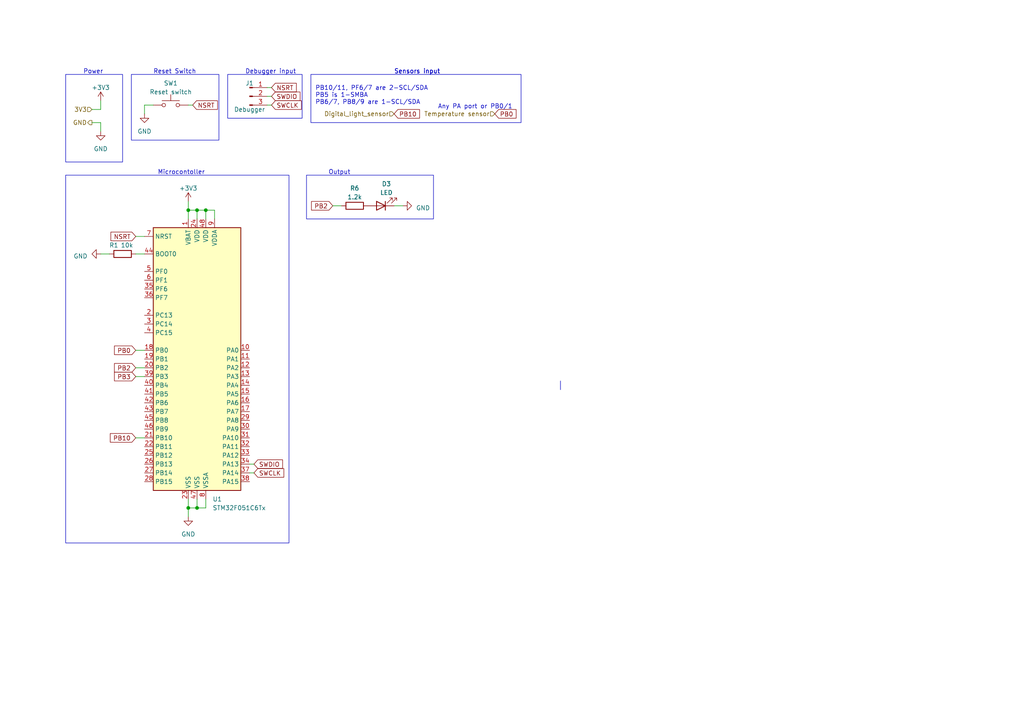
<source format=kicad_sch>
(kicad_sch (version 20230121) (generator eeschema)
  (paper "A4")
  (lib_symbols
    (symbol "Connector:Conn_01x03_Male" (pin_names (offset 1.016) hide)
      (property "Reference" "J" (at 0 5.08 0))
      (property "Value" "Conn_01x03_Male" (at 0 -5.08 0))
      (symbol "Conn_01x03_Male_1_1"
        (polyline (pts (xy 1.27 -2.54) (xy 0.8636 -2.54)) (stroke (width 0.1524)))
        (polyline (pts (xy 1.27 0) (xy 0.8636 0)) (stroke (width 0.1524)))
        (polyline (pts (xy 1.27 2.54) (xy 0.8636 2.54)) (stroke (width 0.1524)))
        (rectangle (start 0.8636 -2.413) (end 0 -2.667) (stroke (width 0.1524)) (fill (type outline)))
        (rectangle (start 0.8636 0.127) (end 0 -0.127) (stroke (width 0.1524)) (fill (type outline)))
        (rectangle (start 0.8636 2.667) (end 0 2.413) (stroke (width 0.1524)) (fill (type outline)))
        (pin passive line (at 5.08 2.54 180) (length 3.81) (name "Pin_1") (number "1"))
        (pin passive line (at 5.08 0 180) (length 3.81) (name "Pin_2") (number "2"))
        (pin passive line (at 5.08 -2.54 180) (length 3.81) (name "Pin_3") (number "3"))
      )
    )
    (symbol "Device:LED" (pin_numbers hide) (pin_names (offset 1.016) hide)
      (property "Reference" "D" (at 0 2.54 0))
      (property "Value" "LED" (at 0 -2.54 0))
      (symbol "LED_0_1"
        (polyline (pts (xy -1.27 -1.27) (xy -1.27 1.27)) (stroke (width 0.254)))
        (polyline (pts (xy -1.27 0) (xy 1.27 0)))
        (polyline (pts (xy 1.27 -1.27) (xy 1.27 1.27) (xy -1.27 0) (xy 1.27 -1.27)) (stroke (width 0.254)))
        (polyline (pts (xy -3.048 -0.762) (xy -4.572 -2.286) (xy -3.81 -2.286) (xy -4.572 -2.286) (xy -4.572 -1.524)))
        (polyline (pts (xy -1.778 -0.762) (xy -3.302 -2.286) (xy -2.54 -2.286) (xy -3.302 -2.286) (xy -3.302 -1.524)))
      )
      (symbol "LED_1_1"
        (pin passive line (at -3.81 0 0) (length 2.54) (name "K") (number "1"))
        (pin passive line (at 3.81 0 180) (length 2.54) (name "A") (number "2"))
      )
    )
    (symbol "Device:R" (pin_numbers hide) (pin_names (offset 0))
      (property "Reference" "R" (at 2.032 0 90))
      (property "Value" "R" (at 0 0 90))
      (symbol "R_0_1"
        (rectangle (start -1.016 -2.54) (end 1.016 2.54) (stroke (width 0.254)))
      )
      (symbol "R_1_1"
        (pin passive line (at 0 3.81 270) (length 1.27) (name "~") (number "1"))
        (pin passive line (at 0 -3.81 90) (length 1.27) (name "~") (number "2"))
      )
    )
    (symbol "MCU_ST_STM32F0:STM32F051C6Tx"
      (property "Reference" "U" (at -12.7 39.37 0))
      (property "Value" "STM32F051C6Tx" (at 7.62 39.37 0))
      (symbol "STM32F051C6Tx_0_1"
        (rectangle (start -12.7 -38.1) (end 12.7 38.1) (stroke (width 0.254)) (fill (type background)))
      )
      (symbol "STM32F051C6Tx_1_1"
        (pin power_in line (at -2.54 40.64 270) (length 2.54) (name "VBAT") (number "1"))
        (pin bidirectional line (at 15.24 2.54 180) (length 2.54) (name "PA0") (number "10"))
        (pin bidirectional line (at 15.24 0 180) (length 2.54) (name "PA1") (number "11"))
        (pin bidirectional line (at 15.24 -2.54 180) (length 2.54) (name "PA2") (number "12"))
        (pin bidirectional line (at 15.24 -5.08 180) (length 2.54) (name "PA3") (number "13"))
        (pin bidirectional line (at 15.24 -7.62 180) (length 2.54) (name "PA4") (number "14"))
        (pin bidirectional line (at 15.24 -10.16 180) (length 2.54) (name "PA5") (number "15"))
        (pin bidirectional line (at 15.24 -12.7 180) (length 2.54) (name "PA6") (number "16"))
        (pin bidirectional line (at 15.24 -15.24 180) (length 2.54) (name "PA7") (number "17"))
        (pin bidirectional line (at -15.24 2.54 0) (length 2.54) (name "PB0") (number "18"))
        (pin bidirectional line (at -15.24 0 0) (length 2.54) (name "PB1") (number "19"))
        (pin bidirectional line (at -15.24 12.7 0) (length 2.54) (name "PC13") (number "2"))
        (pin bidirectional line (at -15.24 -2.54 0) (length 2.54) (name "PB2") (number "20"))
        (pin bidirectional line (at -15.24 -22.86 0) (length 2.54) (name "PB10") (number "21"))
        (pin bidirectional line (at -15.24 -25.4 0) (length 2.54) (name "PB11") (number "22"))
        (pin power_in line (at -2.54 -40.64 90) (length 2.54) (name "VSS") (number "23"))
        (pin power_in line (at 0 40.64 270) (length 2.54) (name "VDD") (number "24"))
        (pin bidirectional line (at -15.24 -27.94 0) (length 2.54) (name "PB12") (number "25"))
        (pin bidirectional line (at -15.24 -30.48 0) (length 2.54) (name "PB13") (number "26"))
        (pin bidirectional line (at -15.24 -33.02 0) (length 2.54) (name "PB14") (number "27"))
        (pin bidirectional line (at -15.24 -35.56 0) (length 2.54) (name "PB15") (number "28"))
        (pin bidirectional line (at 15.24 -17.78 180) (length 2.54) (name "PA8") (number "29"))
        (pin bidirectional line (at -15.24 10.16 0) (length 2.54) (name "PC14") (number "3"))
        (pin bidirectional line (at 15.24 -20.32 180) (length 2.54) (name "PA9") (number "30"))
        (pin bidirectional line (at 15.24 -22.86 180) (length 2.54) (name "PA10") (number "31"))
        (pin bidirectional line (at 15.24 -25.4 180) (length 2.54) (name "PA11") (number "32"))
        (pin bidirectional line (at 15.24 -27.94 180) (length 2.54) (name "PA12") (number "33"))
        (pin bidirectional line (at 15.24 -30.48 180) (length 2.54) (name "PA13") (number "34"))
        (pin bidirectional line (at -15.24 20.32 0) (length 2.54) (name "PF6") (number "35"))
        (pin bidirectional line (at -15.24 17.78 0) (length 2.54) (name "PF7") (number "36"))
        (pin bidirectional line (at 15.24 -33.02 180) (length 2.54) (name "PA14") (number "37"))
        (pin bidirectional line (at 15.24 -35.56 180) (length 2.54) (name "PA15") (number "38"))
        (pin bidirectional line (at -15.24 -5.08 0) (length 2.54) (name "PB3") (number "39"))
        (pin bidirectional line (at -15.24 7.62 0) (length 2.54) (name "PC15") (number "4"))
        (pin bidirectional line (at -15.24 -7.62 0) (length 2.54) (name "PB4") (number "40"))
        (pin bidirectional line (at -15.24 -10.16 0) (length 2.54) (name "PB5") (number "41"))
        (pin bidirectional line (at -15.24 -12.7 0) (length 2.54) (name "PB6") (number "42"))
        (pin bidirectional line (at -15.24 -15.24 0) (length 2.54) (name "PB7") (number "43"))
        (pin input line (at -15.24 30.48 0) (length 2.54) (name "BOOT0") (number "44"))
        (pin bidirectional line (at -15.24 -17.78 0) (length 2.54) (name "PB8") (number "45"))
        (pin bidirectional line (at -15.24 -20.32 0) (length 2.54) (name "PB9") (number "46"))
        (pin power_in line (at 0 -40.64 90) (length 2.54) (name "VSS") (number "47"))
        (pin power_in line (at 2.54 40.64 270) (length 2.54) (name "VDD") (number "48"))
        (pin input line (at -15.24 25.4 0) (length 2.54) (name "PF0") (number "5"))
        (pin input line (at -15.24 22.86 0) (length 2.54) (name "PF1") (number "6"))
        (pin input line (at -15.24 35.56 0) (length 2.54) (name "NRST") (number "7"))
        (pin power_in line (at 2.54 -40.64 90) (length 2.54) (name "VSSA") (number "8"))
        (pin power_in line (at 5.08 40.64 270) (length 2.54) (name "VDDA") (number "9"))
      )
    )
    (symbol "Switch:SW_Push" (pin_numbers hide) (pin_names (offset 1.016) hide)
      (property "Reference" "SW" (at 1.27 2.54 0))
      (property "Value" "SW_Push" (at 0 -1.524 0))
      (symbol "SW_Push_0_1"
        (circle (center -2.032 0) (radius 0.508))
        (polyline (pts (xy 0 1.27) (xy 0 3.048)))
        (polyline (pts (xy 2.54 1.27) (xy -2.54 1.27)))
        (circle (center 2.032 0) (radius 0.508))
        (pin passive line (at -5.08 0 0) (length 2.54) (name "1") (number "1"))
        (pin passive line (at 5.08 0 180) (length 2.54) (name "2") (number "2"))
      )
    )
    (symbol "power:+3V3" (power) (pin_names (offset 0))
      (property "Value" "+3V3" (at 0 3.556 0))
      (symbol "+3V3_0_1"
        (polyline (pts (xy -0.762 1.27) (xy 0 2.54)))
        (polyline (pts (xy 0 0) (xy 0 2.54)))
        (polyline (pts (xy 0 2.54) (xy 0.762 1.27)))
      )
      (symbol "+3V3_1_1"
        (pin power_in line (at 0 0 90) (length 0) hide (name "+3V3") (number "1"))
      )
    )
    (symbol "power:GND" (power) (pin_names (offset 0))
      (property "Value" "GND" (at 0 -3.81 0))
      (symbol "GND_0_1"
        (polyline (pts (xy 0 0) (xy 0 -1.27) (xy 1.27 -1.27) (xy 0 -2.54) (xy -1.27 -1.27) (xy 0 -1.27)))
      )
      (symbol "GND_1_1"
        (pin power_in line (at 0 0 270) (length 0) hide (name "GND") (number "1"))
      )
    )
  )
  (junction (at 57.15 147.32))
  (junction (at 57.15 60.96))
  (junction (at 59.69 60.96))
  (junction (at 54.61 60.96))
  (junction (at 54.61 147.32))
  (wire (pts (xy 54.61 147.32) (xy 57.15 147.32)))
  (wire (pts (xy 72.39 137.16) (xy 73.66 137.16)))
  (wire (pts (xy 57.15 147.32) (xy 59.69 147.32)))
  (wire (pts (xy 54.61 144.78) (xy 54.61 147.32)))
  (wire (pts (xy 59.69 147.32) (xy 59.69 144.78)))
  (wire (pts (xy 77.47 25.4) (xy 78.74 25.4)))
  (wire (pts (xy 39.37 127) (xy 41.91 127)))
  (wire (pts (xy 39.37 106.68) (xy 41.91 106.68)))
  (wire (pts (xy 39.37 68.58) (xy 41.91 68.58)))
  (wire (pts (xy 26.67 31.75) (xy 29.21 31.75)))
  (wire (pts (xy 54.61 63.5) (xy 54.61 60.96)))
  (wire (pts (xy 77.47 30.48) (xy 78.74 30.48)))
  (wire (pts (xy 57.15 144.78) (xy 57.15 147.32)))
  (wire (pts (xy 114.3 59.69) (xy 116.84 59.69)))
  (wire (pts (xy 26.67 35.56) (xy 29.21 35.56)))
  (wire (pts (xy 39.37 109.22) (xy 41.91 109.22)))
  (wire (pts (xy 54.61 58.42) (xy 54.61 60.96)))
  (wire (pts (xy 59.69 60.96) (xy 59.69 63.5)))
  (wire (pts (xy 29.21 73.66) (xy 31.75 73.66)))
  (wire (pts (xy 57.15 60.96) (xy 59.69 60.96)))
  (wire (pts (xy 41.91 30.48) (xy 41.91 33.02)))
  (wire (pts (xy 72.39 134.62) (xy 73.66 134.62)))
  (wire (pts (xy 54.61 147.32) (xy 54.61 149.86)))
  (wire (pts (xy 62.23 60.96) (xy 62.23 63.5)))
  (wire (pts (xy 39.37 73.66) (xy 41.91 73.66)))
  (wire (pts (xy 39.37 101.6) (xy 41.91 101.6)))
  (wire (pts (xy 44.45 30.48) (xy 41.91 30.48)))
  (wire (pts (xy 54.61 30.48) (xy 55.88 30.48)))
  (wire (pts (xy 59.69 60.96) (xy 62.23 60.96)))
  (wire (pts (xy 96.52 59.69) (xy 99.06 59.69)))
  (wire (pts (xy 57.15 60.96) (xy 57.15 63.5)))
  (wire (pts (xy 77.47 27.94) (xy 78.74 27.94)))
  (wire (pts (xy 54.61 60.96) (xy 57.15 60.96)))
  (wire (pts (xy 29.21 35.56) (xy 29.21 38.1)))
  (wire (pts (xy 29.21 31.75) (xy 29.21 29.21)))
  (rectangle (start 19.05 21.59) (end 35.56 46.99))
  (rectangle (start 38.1 21.59) (end 63.5 40.64))
  (rectangle (start 66.04 21.59) (end 87.63 34.29))
  (rectangle (start 90.17 21.59) (end 151.13 35.56))
  (rectangle (start 88.9 50.8) (end 125.73 63.5))
  (rectangle (start 162.56 110.49) (end 162.56 113.03))
  (rectangle (start 19.05 50.8) (end 83.82 157.48))
  (text "Reset Switch" (at 44.45 21.59 0) (effects (font (size 1.27 1.27)) (justify left bottom)))
  (text "Any PA port or PB0/1" (at 127 31.75 0) (effects (font (size 1.27 1.27)) (justify left bottom)))
  (text "Microcontoller" (at 45.72 50.8 0) (effects (font (size 1.27 1.27)) (justify left bottom)))
  (text "Power" (at 24.13 21.59 0) (effects (font (size 1.27 1.27)) (justify left bottom)))
  (text "Sensors input" (at 114.3 21.59 0) (effects (font (size 1.27 1.27)) (justify left bottom)))
  (text "Sensors input" (at 114.3 21.59 0) (effects (font (size 1.27 1.27)) (justify left bottom)))
  (text "Output" (at 95.25 50.8 0) (effects (font (size 1.27 1.27)) (justify left bottom)))
  (text "Debugger input" (at 71.12 21.59 0) (effects (font (size 1.27 1.27)) (justify left bottom)))
  (text "PB10/11, PF6/7 are 2-SCL/SDA\nPB5 is 1-SMBA\nPB6/7, PB8/9 are 1-SCL/SDA" (at 91.44 30.48 0) (effects (font (size 1.27 1.27)) (justify left bottom)))
  (global_label "PB3" (shape input) (at 39.37 109.22 180) (property "Intersheetrefs" "${INTERSHEET_REFS}" (effects hide)))
  (global_label "PB2" (shape input) (at 96.52 59.69 180) (property "Intersheetrefs" "${INTERSHEET_REFS}" (effects hide)))
  (global_label "PB2" (shape input) (at 39.37 106.68 180) (property "Intersheetrefs" "${INTERSHEET_REFS}" (effects hide)))
  (global_label "PB0" (shape input) (at 39.37 101.6 180) (property "Intersheetrefs" "${INTERSHEET_REFS}" (effects hide)))
  (global_label "PB10" (shape input) (at 114.3 33.02 0) (property "Intersheetrefs" "${INTERSHEET_REFS}" (effects hide)))
  (global_label "NSRT" (shape input) (at 39.37 68.58 180) (property "Intersheetrefs" "${INTERSHEET_REFS}" (effects hide)))
  (global_label "PB0" (shape input) (at 143.51 33.02 0) (property "Intersheetrefs" "${INTERSHEET_REFS}" (effects hide)))
  (global_label "NSRT" (shape input) (at 55.88 30.48 0) (property "Intersheetrefs" "${INTERSHEET_REFS}" (effects hide)))
  (global_label "SWDIO" (shape input) (at 78.74 27.94 0) (property "Intersheetrefs" "${INTERSHEET_REFS}" (effects hide)))
  (global_label "SWDIO" (shape input) (at 73.66 134.62 0) (property "Intersheetrefs" "${INTERSHEET_REFS}" (effects hide)))
  (global_label "SWCLK" (shape input) (at 78.74 30.48 0) (property "Intersheetrefs" "${INTERSHEET_REFS}" (effects hide)))
  (global_label "SWCLK" (shape input) (at 73.66 137.16 0) (property "Intersheetrefs" "${INTERSHEET_REFS}" (effects hide)))
  (global_label "PB10" (shape input) (at 39.37 127 180) (property "Intersheetrefs" "${INTERSHEET_REFS}" (effects hide)))
  (global_label "NSRT" (shape input) (at 78.74 25.4 0) (property "Intersheetrefs" "${INTERSHEET_REFS}" (effects hide)))
  (hierarchical_label "Digital_light_sensor" (shape input) (at 114.3 33.02 180))
  (hierarchical_label "GND" (shape output) (at 26.67 35.56 180))
  (hierarchical_label "3V3" (shape input) (at 26.67 31.75 180))
  (hierarchical_label "Temperature sensor" (shape input) (at 143.51 33.02 180))
  (symbol (lib_id "power:GND") (at 41.91 33.02 0) (unit 1)
    (property "Reference" "#PWR05" (effects hide))
    (property "Value" "GND" (at 41.91 38.1 0))
  )
  (symbol (lib_id "Device:R") (at 102.87 59.69 90) (unit 1)
    (property "Reference" "R6" (at 102.87 54.61 90))
    (property "Value" "1.2k" (at 102.87 57.15 90))
  )
  (symbol (lib_id "Switch:SW_Push") (at 49.53 30.48 0) (unit 1)
    (property "Reference" "SW1" (at 49.53 24.13 0))
    (property "Value" "Reset switch" (at 49.53 26.67 0))
  )
  (symbol (lib_id "power:+3V3") (at 54.61 58.42 0) (unit 1)
    (property "Reference" "#PWR04" (effects hide))
    (property "Value" "+3V3" (at 54.61 54.61 0))
  )
  (symbol (lib_id "power:GND") (at 54.61 149.86 0) (unit 1)
    (property "Reference" "#PWR03" (effects hide))
    (property "Value" "GND" (at 54.61 154.94 0))
  )
  (symbol (lib_id "Device:LED") (at 110.49 59.69 180) (unit 1)
    (property "Reference" "D3" (at 112.0775 53.34 0))
    (property "Value" "LED" (at 112.0775 55.88 0))
  )
  (symbol (lib_id "power:GND") (at 29.21 73.66 270) (unit 1)
    (property "Reference" "#PWR06" (effects hide))
    (property "Value" "GND" (at 25.4 74.295 90) (effects (justify right)))
  )
  (symbol (lib_id "power:+3V3") (at 29.21 29.21 0) (unit 1)
    (property "Reference" "#PWR01" (effects hide))
    (property "Value" "+3V3" (at 29.21 25.4 0))
  )
  (symbol (lib_id "Connector:Conn_01x03_Male") (at 72.39 27.94 0) (unit 1)
    (property "Reference" "J1" (at 72.39 24.13 0))
    (property "Value" "Debugger" (at 72.39 31.75 0))
  )
  (symbol (lib_id "power:GND") (at 29.21 38.1 0) (unit 1)
    (property "Reference" "#PWR02" (effects hide))
    (property "Value" "GND" (at 29.21 43.18 0))
  )
  (symbol (lib_id "MCU_ST_STM32F0:STM32F051C6Tx") (at 57.15 104.14 0) (unit 1)
    (property "Reference" "U1" (at 61.6459 144.78 0) (effects (justify left)))
    (property "Value" "STM32F051C6Tx" (at 61.6459 147.32 0) (effects (justify left)))
    (property "Footprint" "Package_QFP:LQFP-48_7x7mm_P0.5mm" (effects hide))
    (property "Datasheet" "http://www.st.com/st-web-ui/static/active/en/resource/technical/document/datasheet/DM00039193.pdf" (effects hide))
  )
  (symbol (lib_id "power:GND") (at 116.84 59.69 90) (unit 1)
    (property "Reference" "#PWR025" (effects hide))
    (property "Value" "GND" (at 120.65 60.325 90) (effects (justify right)))
  )
  (symbol (lib_id "Device:R") (at 35.56 73.66 90) (unit 1)
    (property "Reference" "R1" (at 33.02 71.12 90))
    (property "Value" "10k" (at 36.83 71.12 90))
  )
)
</source>
